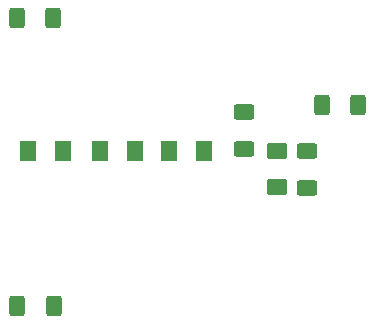
<source format=gbr>
%TF.GenerationSoftware,KiCad,Pcbnew,8.0.5-8.0.5-0~ubuntu22.04.1*%
%TF.CreationDate,2024-10-17T08:41:24+02:00*%
%TF.ProjectId,SerialSniffer_kicad,53657269-616c-4536-9e69-666665725f6b,rev?*%
%TF.SameCoordinates,Original*%
%TF.FileFunction,Paste,Top*%
%TF.FilePolarity,Positive*%
%FSLAX46Y46*%
G04 Gerber Fmt 4.6, Leading zero omitted, Abs format (unit mm)*
G04 Created by KiCad (PCBNEW 8.0.5-8.0.5-0~ubuntu22.04.1) date 2024-10-17 08:41:24*
%MOMM*%
%LPD*%
G01*
G04 APERTURE LIST*
G04 Aperture macros list*
%AMRoundRect*
0 Rectangle with rounded corners*
0 $1 Rounding radius*
0 $2 $3 $4 $5 $6 $7 $8 $9 X,Y pos of 4 corners*
0 Add a 4 corners polygon primitive as box body*
4,1,4,$2,$3,$4,$5,$6,$7,$8,$9,$2,$3,0*
0 Add four circle primitives for the rounded corners*
1,1,$1+$1,$2,$3*
1,1,$1+$1,$4,$5*
1,1,$1+$1,$6,$7*
1,1,$1+$1,$8,$9*
0 Add four rect primitives between the rounded corners*
20,1,$1+$1,$2,$3,$4,$5,0*
20,1,$1+$1,$4,$5,$6,$7,0*
20,1,$1+$1,$6,$7,$8,$9,0*
20,1,$1+$1,$8,$9,$2,$3,0*%
G04 Aperture macros list end*
%ADD10RoundRect,0.250000X-0.625000X0.400000X-0.625000X-0.400000X0.625000X-0.400000X0.625000X0.400000X0*%
%ADD11RoundRect,0.250001X0.462499X0.624999X-0.462499X0.624999X-0.462499X-0.624999X0.462499X-0.624999X0*%
%ADD12RoundRect,0.250000X0.400000X0.625000X-0.400000X0.625000X-0.400000X-0.625000X0.400000X-0.625000X0*%
%ADD13RoundRect,0.250000X0.625000X-0.400000X0.625000X0.400000X-0.625000X0.400000X-0.625000X-0.400000X0*%
%ADD14RoundRect,0.250000X-0.400000X-0.625000X0.400000X-0.625000X0.400000X0.625000X-0.400000X0.625000X0*%
%ADD15RoundRect,0.250001X-0.624999X0.462499X-0.624999X-0.462499X0.624999X-0.462499X0.624999X0.462499X0*%
G04 APERTURE END LIST*
D10*
%TO.C,R3*%
X112548000Y-82397000D03*
X112548000Y-85497000D03*
%TD*%
D11*
%TO.C,D1*%
X103305000Y-85725000D03*
X100330000Y-85725000D03*
%TD*%
D12*
%TO.C,R2*%
X122226000Y-81788000D03*
X119126000Y-81788000D03*
%TD*%
D11*
%TO.C,D2*%
X109173000Y-85725000D03*
X106198000Y-85725000D03*
%TD*%
D13*
%TO.C,R5*%
X117856000Y-88799000D03*
X117856000Y-85699000D03*
%TD*%
D14*
%TO.C,R1*%
X93293000Y-74422000D03*
X96393000Y-74422000D03*
%TD*%
%TO.C,R4*%
X93345000Y-98806000D03*
X96445000Y-98806000D03*
%TD*%
D11*
%TO.C,D4*%
X97209000Y-85725000D03*
X94234000Y-85725000D03*
%TD*%
D15*
%TO.C,D3*%
X115316000Y-85725000D03*
X115316000Y-88700000D03*
%TD*%
M02*

</source>
